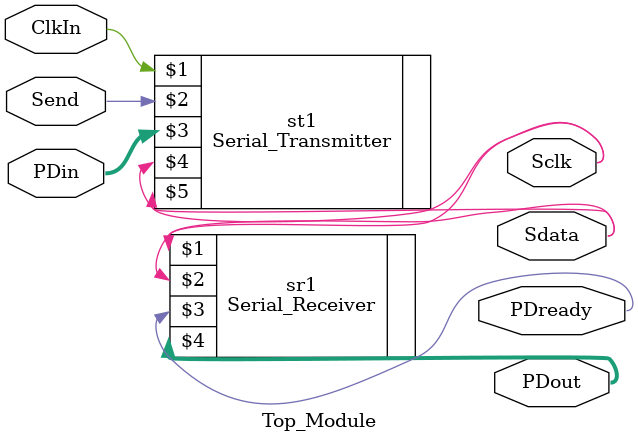
<source format=v>
module Top_Module(ClkIn, Send, PDin, Sclk, Sdata, PDready, PDout);

	input ClkIn,Send;
	input [7:0] PDin;
	
	output Sclk, Sdata,PDready;
	output [7:0] PDout;
	
	Serial_Transmitter st1 (ClkIn,Send,PDin,Sclk,Sdata);
	
	Serial_Receiver sr1 (Sclk,Sdata,PDready,PDout);

endmodule

</source>
